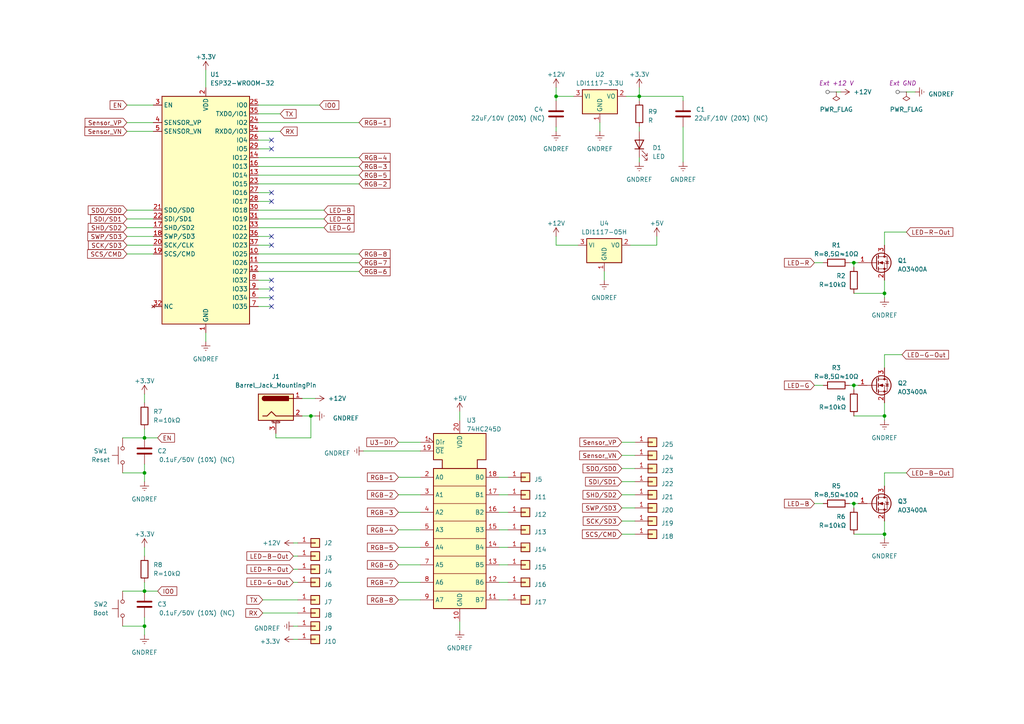
<source format=kicad_sch>
(kicad_sch (version 20230121) (generator eeschema)
  (paper "A4")
  (lib_symbols
    (symbol "74xx_IEEE:74HC245D"
      (property "Reference" "U" (at 7.62 10.16 0))
      (property "Value" "74HC245D" (at 12.7 -45.72 0))
      (symbol "74HC245D_0_1"
        (polyline (pts (xy -7.62 -38.1) (xy 7.62 -38.1)))
        (polyline (pts (xy -7.62 -33.02) (xy 7.62 -33.02)))
        (polyline (pts (xy -7.62 -17.78) (xy 7.62 -17.78)))
        (polyline (pts (xy -7.62 -7.62) (xy 7.62 -7.62)))
        (polyline (pts (xy 7.62 -27.94) (xy -7.62 -27.94)))
        (polyline (pts (xy 7.62 -22.86) (xy -7.62 -22.86)))
        (polyline (pts (xy 7.62 -12.7) (xy -7.62 -12.7)))
      )
      (symbol "74HC245D_1_0"
        (pin input input_low (at -11.43 5.08 0) (length 3.81) (name "Dir") (number "1"))
        (pin power_in line (at 0 -46.99 90) (length 3.81) (name "GND") (number "10"))
        (pin bidirectional line (at 11.43 -40.64 180) (length 3.81) (name "B7") (number "11"))
        (pin bidirectional line (at 11.43 -35.56 180) (length 3.81) (name "B6") (number "12"))
        (pin bidirectional line (at 11.43 -30.48 180) (length 3.81) (name "B5") (number "13"))
        (pin bidirectional line (at 11.43 -25.4 180) (length 3.81) (name "B4") (number "14"))
        (pin bidirectional line (at 11.43 -20.32 180) (length 3.81) (name "B3") (number "15"))
        (pin bidirectional line (at 11.43 -15.24 180) (length 3.81) (name "B2") (number "16"))
        (pin bidirectional line (at 11.43 -10.16 180) (length 3.81) (name "B1") (number "17"))
        (pin bidirectional line (at 11.43 -5.08 180) (length 3.81) (name "B0") (number "18"))
        (pin bidirectional line (at -11.43 2.54 0) (length 3.81) (name "~{OE}") (number "19"))
        (pin bidirectional line (at -11.43 -5.08 0) (length 3.81) (name "A0") (number "2"))
        (pin power_in line (at 0 11.43 270) (length 3.81) (name "VDD") (number "20"))
        (pin bidirectional line (at -11.43 -10.16 0) (length 3.81) (name "A1") (number "3"))
        (pin bidirectional line (at -11.43 -15.24 0) (length 3.81) (name "A2") (number "4"))
        (pin bidirectional line (at -11.43 -20.32 0) (length 3.81) (name "A3") (number "5"))
        (pin bidirectional line (at -11.43 -25.4 0) (length 3.81) (name "A4") (number "6"))
        (pin bidirectional line (at -11.43 -30.48 0) (length 3.81) (name "A5") (number "7"))
        (pin bidirectional line (at -11.43 -35.56 0) (length 3.81) (name "A6") (number "8"))
        (pin bidirectional line (at -11.43 -40.64 0) (length 3.81) (name "A7") (number "9"))
      )
      (symbol "74HC245D_1_1"
        (rectangle (start -7.62 -2.54) (end 7.62 -43.18) (stroke (width 0.254)) (fill (type background)))
        (polyline (pts (xy 5.08 -2.54) (xy 5.08 0) (xy 7.62 0) (xy 7.62 7.62) (xy -7.62 7.62) (xy -7.62 0) (xy -5.08 0) (xy -5.08 -2.54)) (stroke (width 0.254)) (fill (type background)))
      )
    )
    (symbol "Connector:Barrel_Jack_MountingPin" (pin_names hide)
      (property "Reference" "J1" (at 0 8.89 0))
      (property "Value" "Barrel_Jack_MountingPin" (at 0 6.35 0))
      (symbol "Barrel_Jack_MountingPin_0_1"
        (rectangle (start -5.08 3.81) (end 5.08 -3.81) (stroke (width 0.254)) (fill (type background)))
        (arc (start -3.302 3.175) (mid -3.9343 2.54) (end -3.302 1.905) (stroke (width 0.254)))
        (arc (start -3.302 3.175) (mid -3.9343 2.54) (end -3.302 1.905) (stroke (width 0.254)) (fill (type outline)))
        (polyline (pts (xy 5.08 2.54) (xy 3.81 2.54)) (stroke (width 0.254)))
        (polyline (pts (xy -3.81 -2.54) (xy -2.54 -2.54) (xy -1.27 -1.27) (xy 0 -2.54) (xy 2.54 -2.54) (xy 5.08 -2.54)) (stroke (width 0.254)))
        (rectangle (start 3.683 3.175) (end -3.302 1.905) (stroke (width 0.254)) (fill (type outline)))
      )
      (symbol "Barrel_Jack_MountingPin_1_1"
        (polyline (pts (xy -1.016 -4.572) (xy 1.016 -4.572)) (stroke (width 0.1524)))
        (text "Mounting" (at 0 -4.191 0) (effects (font (size 0.381 0.381))))
        (pin passive line (at 7.62 2.54 180) (length 2.54) (name "~") (number "1"))
        (pin passive line (at 7.62 -2.54 180) (length 2.54) (name "~") (number "2"))
        (pin passive line (at 0 -7.62 90) (length 3.048) (name "MountPin") (number "3"))
      )
    )
    (symbol "Connector_Generic:Conn_01x01" (pin_names (offset 1.016) hide)
      (property "Reference" "J" (at 0 2.54 0))
      (property "Value" "Conn_01x01" (at 0 -2.54 0))
      (symbol "Conn_01x01_1_1"
        (rectangle (start -1.27 0.127) (end 0 -0.127) (stroke (width 0.1524)))
        (rectangle (start -1.27 1.27) (end 1.27 -1.27) (stroke (width 0.254)) (fill (type background)))
        (pin passive line (at -5.08 0 0) (length 3.81) (name "Pin_1") (number "1"))
      )
    )
    (symbol "Device:C" (pin_numbers hide) (pin_names (offset 0.254))
      (property "Reference" "C" (at 0.635 2.54 0))
      (property "Value" "C" (at 0.635 -2.54 0))
      (symbol "C_0_1"
        (polyline (pts (xy -2.032 -0.762) (xy 2.032 -0.762)) (stroke (width 0.508)))
        (polyline (pts (xy -2.032 0.762) (xy 2.032 0.762)) (stroke (width 0.508)))
      )
      (symbol "C_1_1"
        (pin passive line (at 0 3.81 270) (length 2.794) (name "~") (number "1"))
        (pin passive line (at 0 -3.81 90) (length 2.794) (name "~") (number "2"))
      )
    )
    (symbol "Device:LED" (pin_numbers hide) (pin_names (offset 1.016) hide)
      (property "Reference" "D" (at 0 2.54 0))
      (property "Value" "LED" (at 0 -2.54 0))
      (symbol "LED_0_1"
        (polyline (pts (xy -1.27 -1.27) (xy -1.27 1.27)) (stroke (width 0.254)))
        (polyline (pts (xy -1.27 0) (xy 1.27 0)))
        (polyline (pts (xy 1.27 -1.27) (xy 1.27 1.27) (xy -1.27 0) (xy 1.27 -1.27)) (stroke (width 0.254)))
        (polyline (pts (xy -3.048 -0.762) (xy -4.572 -2.286) (xy -3.81 -2.286) (xy -4.572 -2.286) (xy -4.572 -1.524)))
        (polyline (pts (xy -1.778 -0.762) (xy -3.302 -2.286) (xy -2.54 -2.286) (xy -3.302 -2.286) (xy -3.302 -1.524)))
      )
      (symbol "LED_1_1"
        (pin passive line (at -3.81 0 0) (length 2.54) (name "K") (number "1"))
        (pin passive line (at 3.81 0 180) (length 2.54) (name "A") (number "2"))
      )
    )
    (symbol "Device:R" (pin_numbers hide) (pin_names (offset 0))
      (property "Reference" "R" (at 2.032 0 90))
      (property "Value" "R" (at 0 0 90))
      (symbol "R_0_1"
        (rectangle (start -1.016 -2.54) (end 1.016 2.54) (stroke (width 0.254)))
      )
      (symbol "R_1_1"
        (pin passive line (at 0 3.81 270) (length 1.27) (name "~") (number "1"))
        (pin passive line (at 0 -3.81 90) (length 1.27) (name "~") (number "2"))
      )
    )
    (symbol "RF_Module:ESP32-WROOM-32"
      (property "Reference" "U1" (at 1.27 39.37 0))
      (property "Value" "ESP32-WROOM-32" (at 1.27 36.83 0))
      (symbol "ESP32-WROOM-32_0_1"
        (rectangle (start -12.7 33.02) (end 12.7 -33.02) (stroke (width 0.254)) (fill (type background)))
      )
      (symbol "ESP32-WROOM-32_1_1"
        (pin power_in line (at 0 -35.56 90) (length 2.54) (name "GND") (number "1"))
        (pin bidirectional line (at 15.24 -12.7 180) (length 2.54) (name "IO25") (number "10"))
        (pin bidirectional line (at 15.24 -15.24 180) (length 2.54) (name "IO26") (number "11"))
        (pin bidirectional line (at 15.24 -17.78 180) (length 2.54) (name "IO27") (number "12"))
        (pin bidirectional line (at 15.24 10.16 180) (length 2.54) (name "IO14") (number "13"))
        (pin bidirectional line (at 15.24 15.24 180) (length 2.54) (name "IO12") (number "14"))
        (pin passive line (at 0 -35.56 90) (length 2.54) hide (name "GND") (number "15"))
        (pin bidirectional line (at 15.24 12.7 180) (length 2.54) (name "IO13") (number "16"))
        (pin bidirectional line (at -15.24 -5.08 0) (length 2.54) (name "SHD/SD2") (number "17"))
        (pin bidirectional line (at -15.24 -7.62 0) (length 2.54) (name "SWP/SD3") (number "18"))
        (pin bidirectional line (at -15.24 -12.7 0) (length 2.54) (name "SCS/CMD") (number "19"))
        (pin power_in line (at 0 35.56 270) (length 2.54) (name "VDD") (number "2"))
        (pin bidirectional line (at -15.24 -10.16 0) (length 2.54) (name "SCK/CLK") (number "20"))
        (pin bidirectional line (at -15.24 0 0) (length 2.54) (name "SDO/SD0") (number "21"))
        (pin bidirectional line (at -15.24 -2.54 0) (length 2.54) (name "SDI/SD1") (number "22"))
        (pin bidirectional line (at 15.24 7.62 180) (length 2.54) (name "IO15") (number "23"))
        (pin bidirectional line (at 15.24 25.4 180) (length 2.54) (name "IO2") (number "24"))
        (pin bidirectional line (at 15.24 30.48 180) (length 2.54) (name "IO0") (number "25"))
        (pin bidirectional line (at 15.24 20.32 180) (length 2.54) (name "IO4") (number "26"))
        (pin bidirectional line (at 15.24 5.08 180) (length 2.54) (name "IO16") (number "27"))
        (pin bidirectional line (at 15.24 2.54 180) (length 2.54) (name "IO17") (number "28"))
        (pin bidirectional line (at 15.24 17.78 180) (length 2.54) (name "IO5") (number "29"))
        (pin input line (at -15.24 30.48 0) (length 2.54) (name "EN") (number "3"))
        (pin bidirectional line (at 15.24 0 180) (length 2.54) (name "IO18") (number "30"))
        (pin bidirectional line (at 15.24 -2.54 180) (length 2.54) (name "IO19") (number "31"))
        (pin no_connect line (at -15.24 -27.94 0) (length 2.54) (name "NC") (number "32"))
        (pin bidirectional line (at 15.24 -5.08 180) (length 2.54) (name "IO21") (number "33"))
        (pin bidirectional line (at 15.24 22.86 180) (length 2.54) (name "RXD0/IO3") (number "34"))
        (pin bidirectional line (at 15.24 27.94 180) (length 2.54) (name "TXD0/IO1") (number "35"))
        (pin bidirectional line (at 15.24 -7.62 180) (length 2.54) (name "IO22") (number "36"))
        (pin bidirectional line (at 15.24 -10.16 180) (length 2.54) (name "IO23") (number "37"))
        (pin passive line (at 0 -35.56 90) (length 2.54) hide (name "GND") (number "38"))
        (pin passive line (at 0 -35.56 90) (length 2.54) hide (name "GND") (number "39"))
        (pin input line (at -15.24 25.4 0) (length 2.54) (name "SENSOR_VP") (number "4"))
        (pin input line (at -15.24 22.86 0) (length 2.54) (name "SENSOR_VN") (number "5"))
        (pin input line (at 15.24 -25.4 180) (length 2.54) (name "IO34") (number "6"))
        (pin input line (at 15.24 -27.94 180) (length 2.54) (name "IO35") (number "7"))
        (pin bidirectional line (at 15.24 -20.32 180) (length 2.54) (name "IO32") (number "8"))
        (pin bidirectional line (at 15.24 -22.86 180) (length 2.54) (name "IO33") (number "9"))
      )
    )
    (symbol "Regulator_Linear:LD1117S33TR_SOT223"
      (property "Reference" "U" (at -3.81 3.175 0))
      (property "Value" "LD1117S33TR_SOT223" (at 0 3.175 0))
      (symbol "LD1117S33TR_SOT223_0_1"
        (rectangle (start -5.08 -5.08) (end 5.08 1.905) (stroke (width 0.254)) (fill (type background)))
      )
      (symbol "LD1117S33TR_SOT223_1_1"
        (pin power_in line (at 0 -7.62 90) (length 2.54) (name "GND") (number "1"))
        (pin power_out line (at 7.62 0 180) (length 2.54) (name "VO") (number "2"))
        (pin power_in line (at -7.62 0 0) (length 2.54) (name "VI") (number "3"))
      )
    )
    (symbol "Regulator_Linear:LD1117S50TR_SOT223"
      (property "Reference" "U" (at -3.81 3.175 0))
      (property "Value" "LD1117S50TR_SOT223" (at 0 3.175 0))
      (symbol "LD1117S50TR_SOT223_0_1"
        (rectangle (start -5.08 -5.08) (end 5.08 1.905) (stroke (width 0.254)) (fill (type background)))
      )
      (symbol "LD1117S50TR_SOT223_1_1"
        (pin power_in line (at 0 -7.62 90) (length 2.54) (name "GND") (number "1"))
        (pin power_out line (at 7.62 0 180) (length 2.54) (name "VO") (number "2"))
        (pin power_in line (at -7.62 0 0) (length 2.54) (name "VI") (number "3"))
      )
    )
    (symbol "Switch:SW_Push" (pin_numbers hide) (pin_names (offset 1.016) hide)
      (property "Reference" "SW" (at 1.27 2.54 0))
      (property "Value" "SW_Push" (at 0 -1.524 0))
      (symbol "SW_Push_0_1"
        (circle (center -2.032 0) (radius 0.508))
        (polyline (pts (xy 0 1.27) (xy 0 3.048)))
        (polyline (pts (xy 2.54 1.27) (xy -2.54 1.27)))
        (circle (center 2.032 0) (radius 0.508))
        (pin passive line (at -5.08 0 0) (length 2.54) (name "1") (number "1"))
        (pin passive line (at 5.08 0 180) (length 2.54) (name "2") (number "2"))
      )
    )
    (symbol "Transistor_FET:AO3400A" (pin_names hide)
      (property "Reference" "Q" (at 5.08 1.905 0))
      (property "Value" "AO3400A" (at 5.08 0 0))
      (symbol "AO3400A_0_1"
        (polyline (pts (xy 0.254 0) (xy -2.54 0)))
        (polyline (pts (xy 0.254 1.905) (xy 0.254 -1.905)) (stroke (width 0.254)))
        (polyline (pts (xy 0.762 -1.27) (xy 0.762 -2.286)) (stroke (width 0.254)))
        (polyline (pts (xy 0.762 0.508) (xy 0.762 -0.508)) (stroke (width 0.254)))
        (polyline (pts (xy 0.762 2.286) (xy 0.762 1.27)) (stroke (width 0.254)))
        (polyline (pts (xy 2.54 2.54) (xy 2.54 1.778)))
        (polyline (pts (xy 2.54 -2.54) (xy 2.54 0) (xy 0.762 0)))
        (polyline (pts (xy 0.762 -1.778) (xy 3.302 -1.778) (xy 3.302 1.778) (xy 0.762 1.778)))
        (polyline (pts (xy 1.016 0) (xy 2.032 0.381) (xy 2.032 -0.381) (xy 1.016 0)) (fill (type outline)))
        (polyline (pts (xy 2.794 0.508) (xy 2.921 0.381) (xy 3.683 0.381) (xy 3.81 0.254)))
        (polyline (pts (xy 3.302 0.381) (xy 2.921 -0.254) (xy 3.683 -0.254) (xy 3.302 0.381)))
        (circle (center 1.651 0) (radius 2.794) (stroke (width 0.254)))
        (circle (center 2.54 -1.778) (radius 0.254) (fill (type outline)))
        (circle (center 2.54 1.778) (radius 0.254) (fill (type outline)))
      )
      (symbol "AO3400A_1_1"
        (pin input line (at -5.08 0 0) (length 2.54) (name "G") (number "1"))
        (pin passive line (at 2.54 -5.08 90) (length 2.54) (name "S") (number "2"))
        (pin passive line (at 2.54 5.08 270) (length 2.54) (name "D") (number "3"))
      )
    )
    (symbol "power:+12V" (power) (pin_names (offset 0))
      (property "Value" "+12V" (at 0 3.556 0))
      (symbol "+12V_0_1"
        (polyline (pts (xy -0.762 1.27) (xy 0 2.54)))
        (polyline (pts (xy 0 0) (xy 0 2.54)))
        (polyline (pts (xy 0 2.54) (xy 0.762 1.27)))
      )
      (symbol "+12V_1_1"
        (pin power_in line (at 0 0 90) (length 0) hide (name "+12V") (number "1"))
      )
    )
    (symbol "power:+3.3V" (power) (pin_names (offset 0))
      (property "Value" "+3.3V" (at 0 3.556 0))
      (symbol "+3.3V_0_1"
        (polyline (pts (xy -0.762 1.27) (xy 0 2.54)))
        (polyline (pts (xy 0 0) (xy 0 2.54)))
        (polyline (pts (xy 0 2.54) (xy 0.762 1.27)))
      )
      (symbol "+3.3V_1_1"
        (pin power_in line (at 0 0 90) (length 0) hide (name "+3.3V") (number "1"))
      )
    )
    (symbol "power:+5V" (power) (pin_names (offset 0))
      (property "Value" "+5V" (at 0 3.556 0))
      (symbol "+5V_0_1"
        (polyline (pts (xy -0.762 1.27) (xy 0 2.54)))
        (polyline (pts (xy 0 0) (xy 0 2.54)))
        (polyline (pts (xy 0 2.54) (xy 0.762 1.27)))
      )
      (symbol "+5V_1_1"
        (pin power_in line (at 0 0 90) (length 0) hide (name "+5V") (number "1"))
      )
    )
    (symbol "power:GNDREF" (power) (pin_names (offset 0))
      (property "Value" "GNDREF" (at 0 -3.81 0))
      (symbol "GNDREF_0_1"
        (polyline (pts (xy -0.635 -1.905) (xy 0.635 -1.905)))
        (polyline (pts (xy -0.127 -2.54) (xy 0.127 -2.54)))
        (polyline (pts (xy 0 -1.27) (xy 0 0)))
        (polyline (pts (xy 1.27 -1.27) (xy -1.27 -1.27)))
      )
      (symbol "GNDREF_1_1"
        (pin power_in line (at 0 0 270) (length 0) hide (name "GNDREF") (number "1"))
      )
    )
    (symbol "power:PWR_FLAG" (power) (pin_numbers hide) (pin_names (offset 0) hide)
      (property "Value" "PWR_FLAG" (at 0 3.81 0))
      (symbol "PWR_FLAG_0_0"
        (pin power_out line (at 0 0 90) (length 0) (name "pwr") (number "1"))
      )
      (symbol "PWR_FLAG_0_1"
        (polyline (pts (xy 0 0) (xy 0 1.27) (xy -1.016 1.905) (xy 0 2.54) (xy 1.016 1.905) (xy 0 1.27)))
      )
    )
  )
  (junction (at 41.91 181.61))
  (junction (at 41.91 127))
  (junction (at 256.54 154.94))
  (junction (at 256.54 85.09))
  (junction (at 161.29 27.94))
  (junction (at 90.17 120.65))
  (junction (at 247.65 76.2))
  (junction (at 185.42 27.94))
  (junction (at 247.65 111.76))
  (junction (at 41.91 171.45))
  (junction (at 41.91 137.16))
  (junction (at 256.54 120.65))
  (junction (at 247.65 146.05))
  (no_connect (at 78.74 58.42))
  (no_connect (at 78.74 83.82))
  (no_connect (at 78.74 71.12))
  (no_connect (at 78.74 40.64))
  (no_connect (at 78.74 55.88))
  (no_connect (at 78.74 81.28))
  (no_connect (at 78.74 68.58))
  (no_connect (at 78.74 43.18))
  (no_connect (at 78.74 88.9))
  (no_connect (at 78.74 86.36))
  (wire (pts (xy 85.09 185.42) (xy 86.36 185.42)))
  (wire (pts (xy 247.65 111.76) (xy 248.92 111.76)))
  (wire (pts (xy 85.09 165.1) (xy 86.36 165.1)))
  (wire (pts (xy 180.34 135.89) (xy 184.15 135.89)))
  (wire (pts (xy 198.12 27.94) (xy 185.42 27.94)))
  (wire (pts (xy 180.34 128.27) (xy 184.15 128.27)))
  (wire (pts (xy 256.54 154.94) (xy 256.54 156.21)))
  (wire (pts (xy 185.42 27.94) (xy 181.61 27.94)))
  (wire (pts (xy 41.91 179.07) (xy 41.91 181.61)))
  (wire (pts (xy 246.38 146.05) (xy 247.65 146.05)))
  (wire (pts (xy 90.17 120.65) (xy 87.63 120.65)))
  (wire (pts (xy 115.57 158.75) (xy 121.92 158.75)))
  (wire (pts (xy 85.09 157.48) (xy 86.36 157.48)))
  (wire (pts (xy 74.93 66.04) (xy 93.98 66.04)))
  (wire (pts (xy 36.83 30.48) (xy 44.45 30.48)))
  (wire (pts (xy 36.83 63.5) (xy 44.45 63.5)))
  (wire (pts (xy 236.22 76.2) (xy 238.76 76.2)))
  (wire (pts (xy 256.54 67.31) (xy 256.54 71.12)))
  (wire (pts (xy 41.91 134.62) (xy 41.91 137.16)))
  (wire (pts (xy 85.09 168.91) (xy 86.36 168.91)))
  (wire (pts (xy 74.93 33.02) (xy 81.28 33.02)))
  (wire (pts (xy 167.64 71.12) (xy 161.29 71.12)))
  (wire (pts (xy 41.91 137.16) (xy 41.91 139.7)))
  (wire (pts (xy 74.93 68.58) (xy 78.74 68.58)))
  (wire (pts (xy 144.78 148.59) (xy 147.32 148.59)))
  (wire (pts (xy 144.78 158.75) (xy 147.32 158.75)))
  (wire (pts (xy 247.65 76.2) (xy 248.92 76.2)))
  (wire (pts (xy 144.78 173.99) (xy 147.32 173.99)))
  (wire (pts (xy 74.93 55.88) (xy 78.74 55.88)))
  (wire (pts (xy 41.91 168.91) (xy 41.91 171.45)))
  (wire (pts (xy 144.78 163.83) (xy 147.32 163.83)))
  (wire (pts (xy 36.83 60.96) (xy 44.45 60.96)))
  (wire (pts (xy 74.93 50.8) (xy 104.14 50.8)))
  (wire (pts (xy 74.93 86.36) (xy 78.74 86.36)))
  (wire (pts (xy 185.42 45.72) (xy 185.42 46.99)))
  (wire (pts (xy 247.65 120.65) (xy 256.54 120.65)))
  (wire (pts (xy 256.54 102.87) (xy 261.62 102.87)))
  (wire (pts (xy 256.54 120.65) (xy 256.54 121.92)))
  (wire (pts (xy 256.54 102.87) (xy 256.54 106.68)))
  (wire (pts (xy 35.56 181.61) (xy 41.91 181.61)))
  (wire (pts (xy 91.44 115.57) (xy 87.63 115.57)))
  (wire (pts (xy 74.93 58.42) (xy 78.74 58.42)))
  (wire (pts (xy 76.2 173.99) (xy 86.36 173.99)))
  (wire (pts (xy 161.29 25.4) (xy 161.29 27.94)))
  (wire (pts (xy 36.83 66.04) (xy 44.45 66.04)))
  (wire (pts (xy 247.65 154.94) (xy 256.54 154.94)))
  (wire (pts (xy 74.93 81.28) (xy 78.74 81.28)))
  (wire (pts (xy 256.54 67.31) (xy 262.89 67.31)))
  (wire (pts (xy 190.5 68.58) (xy 190.5 71.12)))
  (wire (pts (xy 247.65 111.76) (xy 247.65 113.03)))
  (wire (pts (xy 80.01 127) (xy 80.01 125.73)))
  (wire (pts (xy 45.72 171.45) (xy 41.91 171.45)))
  (wire (pts (xy 247.65 146.05) (xy 248.92 146.05)))
  (wire (pts (xy 41.91 114.3) (xy 41.91 116.84)))
  (wire (pts (xy 36.83 38.1) (xy 44.45 38.1)))
  (wire (pts (xy 74.93 53.34) (xy 104.14 53.34)))
  (wire (pts (xy 90.17 120.65) (xy 90.17 127)))
  (wire (pts (xy 74.93 63.5) (xy 93.98 63.5)))
  (wire (pts (xy 74.93 38.1) (xy 81.28 38.1)))
  (wire (pts (xy 180.34 143.51) (xy 184.15 143.51)))
  (wire (pts (xy 180.34 132.08) (xy 184.15 132.08)))
  (wire (pts (xy 115.57 143.51) (xy 121.92 143.51)))
  (wire (pts (xy 74.93 73.66) (xy 104.14 73.66)))
  (wire (pts (xy 256.54 137.16) (xy 256.54 140.97)))
  (wire (pts (xy 262.89 26.67) (xy 265.43 26.67)))
  (wire (pts (xy 185.42 36.83) (xy 185.42 38.1)))
  (wire (pts (xy 36.83 71.12) (xy 44.45 71.12)))
  (wire (pts (xy 74.93 88.9) (xy 78.74 88.9)))
  (wire (pts (xy 236.22 111.76) (xy 238.76 111.76)))
  (wire (pts (xy 76.2 177.8) (xy 86.36 177.8)))
  (wire (pts (xy 59.69 20.32) (xy 59.69 25.4)))
  (wire (pts (xy 175.26 78.74) (xy 175.26 81.28)))
  (wire (pts (xy 115.57 163.83) (xy 121.92 163.83)))
  (wire (pts (xy 115.57 153.67) (xy 121.92 153.67)))
  (wire (pts (xy 91.44 120.65) (xy 90.17 120.65)))
  (wire (pts (xy 198.12 27.94) (xy 198.12 29.21)))
  (wire (pts (xy 85.09 181.61) (xy 86.36 181.61)))
  (wire (pts (xy 115.57 138.43) (xy 121.92 138.43)))
  (wire (pts (xy 256.54 120.65) (xy 256.54 116.84)))
  (wire (pts (xy 36.83 35.56) (xy 44.45 35.56)))
  (wire (pts (xy 74.93 30.48) (xy 92.71 30.48)))
  (wire (pts (xy 41.91 181.61) (xy 41.91 184.15)))
  (wire (pts (xy 256.54 85.09) (xy 256.54 81.28)))
  (wire (pts (xy 180.34 147.32) (xy 184.15 147.32)))
  (wire (pts (xy 74.93 76.2) (xy 104.14 76.2)))
  (wire (pts (xy 115.57 128.27) (xy 121.92 128.27)))
  (wire (pts (xy 133.35 180.34) (xy 133.35 182.88)))
  (wire (pts (xy 256.54 85.09) (xy 256.54 86.36)))
  (wire (pts (xy 173.99 35.56) (xy 173.99 38.1)))
  (wire (pts (xy 144.78 168.91) (xy 147.32 168.91)))
  (wire (pts (xy 247.65 146.05) (xy 247.65 147.32)))
  (wire (pts (xy 246.38 76.2) (xy 247.65 76.2)))
  (wire (pts (xy 242.57 26.67) (xy 243.84 26.67)))
  (wire (pts (xy 247.65 76.2) (xy 247.65 77.47)))
  (wire (pts (xy 85.09 161.29) (xy 86.36 161.29)))
  (wire (pts (xy 36.83 73.66) (xy 44.45 73.66)))
  (wire (pts (xy 74.93 78.74) (xy 104.14 78.74)))
  (wire (pts (xy 190.5 71.12) (xy 182.88 71.12)))
  (wire (pts (xy 35.56 137.16) (xy 41.91 137.16)))
  (wire (pts (xy 161.29 68.58) (xy 161.29 71.12)))
  (wire (pts (xy 198.12 36.83) (xy 198.12 46.99)))
  (wire (pts (xy 133.35 119.38) (xy 133.35 121.92)))
  (wire (pts (xy 115.57 173.99) (xy 121.92 173.99)))
  (wire (pts (xy 144.78 143.51) (xy 147.32 143.51)))
  (wire (pts (xy 185.42 29.21) (xy 185.42 27.94)))
  (wire (pts (xy 180.34 151.13) (xy 184.15 151.13)))
  (wire (pts (xy 180.34 139.7) (xy 184.15 139.7)))
  (wire (pts (xy 180.34 154.94) (xy 184.15 154.94)))
  (wire (pts (xy 236.22 146.05) (xy 238.76 146.05)))
  (wire (pts (xy 45.72 127) (xy 41.91 127)))
  (wire (pts (xy 115.57 148.59) (xy 121.92 148.59)))
  (wire (pts (xy 35.56 171.45) (xy 41.91 171.45)))
  (wire (pts (xy 74.93 60.96) (xy 93.98 60.96)))
  (wire (pts (xy 59.69 96.52) (xy 59.69 99.06)))
  (wire (pts (xy 105.41 130.81) (xy 121.92 130.81)))
  (wire (pts (xy 161.29 29.21) (xy 161.29 27.94)))
  (wire (pts (xy 161.29 36.83) (xy 161.29 38.1)))
  (wire (pts (xy 74.93 35.56) (xy 104.14 35.56)))
  (wire (pts (xy 80.01 127) (xy 90.17 127)))
  (wire (pts (xy 256.54 137.16) (xy 262.89 137.16)))
  (wire (pts (xy 35.56 127) (xy 41.91 127)))
  (wire (pts (xy 115.57 168.91) (xy 121.92 168.91)))
  (wire (pts (xy 41.91 158.75) (xy 41.91 161.29)))
  (wire (pts (xy 74.93 43.18) (xy 78.74 43.18)))
  (wire (pts (xy 247.65 85.09) (xy 256.54 85.09)))
  (wire (pts (xy 74.93 48.26) (xy 104.14 48.26)))
  (wire (pts (xy 246.38 111.76) (xy 247.65 111.76)))
  (wire (pts (xy 185.42 25.4) (xy 185.42 27.94)))
  (wire (pts (xy 144.78 138.43) (xy 147.32 138.43)))
  (wire (pts (xy 41.91 124.46) (xy 41.91 127)))
  (wire (pts (xy 144.78 153.67) (xy 147.32 153.67)))
  (wire (pts (xy 74.93 71.12) (xy 78.74 71.12)))
  (wire (pts (xy 74.93 83.82) (xy 78.74 83.82)))
  (wire (pts (xy 74.93 45.72) (xy 104.14 45.72)))
  (wire (pts (xy 74.93 40.64) (xy 78.74 40.64)))
  (wire (pts (xy 256.54 154.94) (xy 256.54 151.13)))
  (wire (pts (xy 36.83 68.58) (xy 44.45 68.58)))
  (wire (pts (xy 161.29 27.94) (xy 166.37 27.94)))
  (global_label "RGB-1" (shape input) (at 115.57 138.43 180) (property "Intersheetrefs" "${INTERSHEET_REFS}" (effects hide)))
  (global_label "SDI{slash}SD1" (shape input) (at 36.83 63.5 180) (property "Intersheetrefs" "${INTERSHEET_REFS}" (effects hide)))
  (global_label "LED-G-Out" (shape input) (at 261.62 102.87 0) (property "Intersheetrefs" "${INTERSHEET_REFS}" (effects hide)))
  (global_label "LED-G-Out" (shape input) (at 85.09 168.91 180) (property "Intersheetrefs" "${INTERSHEET_REFS}" (effects hide)))
  (global_label "RGB-5" (shape input) (at 115.57 158.75 180) (property "Intersheetrefs" "${INTERSHEET_REFS}" (effects hide)))
  (global_label "SCK{slash}SD3" (shape input) (at 36.83 71.12 180) (property "Intersheetrefs" "${INTERSHEET_REFS}" (effects hide)))
  (global_label "RGB-8" (shape input) (at 115.57 173.99 180) (property "Intersheetrefs" "${INTERSHEET_REFS}" (effects hide)))
  (global_label "SHD{slash}SD2" (shape input) (at 36.83 66.04 180) (property "Intersheetrefs" "${INTERSHEET_REFS}" (effects hide)))
  (global_label "Sensor_VP" (shape input) (at 36.83 35.56 180) (property "Intersheetrefs" "${INTERSHEET_REFS}" (effects hide)))
  (global_label "LED-B-Out" (shape input) (at 262.89 137.16 0) (property "Intersheetrefs" "${INTERSHEET_REFS}" (effects hide)))
  (global_label "LED-R" (shape input) (at 236.22 76.2 180) (property "Intersheetrefs" "${INTERSHEET_REFS}" (effects hide)))
  (global_label "LED-B" (shape input) (at 236.22 146.05 180) (property "Intersheetrefs" "${INTERSHEET_REFS}" (effects hide)))
  (global_label "SHD{slash}SD2" (shape input) (at 180.34 143.51 180) (property "Intersheetrefs" "${INTERSHEET_REFS}" (effects hide)))
  (global_label "EN" (shape input) (at 36.83 30.48 180) (property "Intersheetrefs" "${INTERSHEET_REFS}" (effects hide)))
  (global_label "RGB-3" (shape input) (at 104.14 48.26 0) (property "Intersheetrefs" "${INTERSHEET_REFS}" (effects hide)))
  (global_label "SCS{slash}CMD" (shape input) (at 36.83 73.66 180) (property "Intersheetrefs" "${INTERSHEET_REFS}" (effects hide)))
  (global_label "LED-B-Out" (shape input) (at 85.09 161.29 180) (property "Intersheetrefs" "${INTERSHEET_REFS}" (effects hide)))
  (global_label "LED-G" (shape input) (at 93.98 66.04 0) (property "Intersheetrefs" "${INTERSHEET_REFS}" (effects hide)))
  (global_label "U3-Dir" (shape input) (at 115.57 128.27 180) (property "Intersheetrefs" "${INTERSHEET_REFS}" (effects hide)))
  (global_label "LED-R-Out" (shape input) (at 262.89 67.31 0) (property "Intersheetrefs" "${INTERSHEET_REFS}" (effects hide)))
  (global_label "RGB-1" (shape input) (at 104.14 35.56 0) (property "Intersheetrefs" "${INTERSHEET_REFS}" (effects hide)))
  (global_label "SCS{slash}CMD" (shape input) (at 180.34 154.94 180) (property "Intersheetrefs" "${INTERSHEET_REFS}" (effects hide)))
  (global_label "RGB-8" (shape input) (at 104.14 73.66 0) (property "Intersheetrefs" "${INTERSHEET_REFS}" (effects hide)))
  (global_label "RX" (shape input) (at 76.2 177.8 180) (property "Intersheetrefs" "${INTERSHEET_REFS}" (effects hide)))
  (global_label "SDI{slash}SD1" (shape input) (at 180.34 139.7 180) (property "Intersheetrefs" "${INTERSHEET_REFS}" (effects hide)))
  (global_label "RGB-7" (shape input) (at 115.57 168.91 180) (property "Intersheetrefs" "${INTERSHEET_REFS}" (effects hide)))
  (global_label "RGB-2" (shape input) (at 115.57 143.51 180) (property "Intersheetrefs" "${INTERSHEET_REFS}" (effects hide)))
  (global_label "IO0" (shape input) (at 45.72 171.45 0) (property "Intersheetrefs" "${INTERSHEET_REFS}" (effects hide)))
  (global_label "SWP{slash}SD3" (shape input) (at 36.83 68.58 180) (property "Intersheetrefs" "${INTERSHEET_REFS}" (effects hide)))
  (global_label "SDO{slash}SD0" (shape input) (at 36.83 60.96 180) (property "Intersheetrefs" "${INTERSHEET_REFS}" (effects hide)))
  (global_label "Sensor_VN" (shape input) (at 36.83 38.1 180) (property "Intersheetrefs" "${INTERSHEET_REFS}" (effects hide)))
  (global_label "RGB-7" (shape input) (at 104.14 76.2 0) (property "Intersheetrefs" "${INTERSHEET_REFS}" (effects hide)))
  (global_label "RGB-4" (shape input) (at 115.57 153.67 180) (property "Intersheetrefs" "${INTERSHEET_REFS}" (effects hide)))
  (global_label "LED-G" (shape input) (at 236.22 111.76 180) (property "Intersheetrefs" "${INTERSHEET_REFS}" (effects hide)))
  (global_label "RGB-2" (shape input) (at 104.14 53.34 0) (property "Intersheetrefs" "${INTERSHEET_REFS}" (effects hide)))
  (global_label "RGB-4" (shape input) (at 104.14 45.72 0) (property "Intersheetrefs" "${INTERSHEET_REFS}" (effects hide)))
  (global_label "SWP{slash}SD3" (shape input) (at 180.34 147.32 180) (property "Intersheetrefs" "${INTERSHEET_REFS}" (effects hide)))
  (global_label "RGB-6" (shape input) (at 115.57 163.83 180) (property "Intersheetrefs" "${INTERSHEET_REFS}" (effects hide)))
  (global_label "Sensor_VP" (shape input) (at 180.34 128.27 180) (property "Intersheetrefs" "${INTERSHEET_REFS}" (effects hide)))
  (global_label "RGB-6" (shape input) (at 104.14 78.74 0) (property "Intersheetrefs" "${INTERSHEET_REFS}" (effects hide)))
  (global_label "Sensor_VN" (shape input) (at 180.34 132.08 180) (property "Intersheetrefs" "${INTERSHEET_REFS}" (effects hide)))
  (global_label "TX" (shape input) (at 76.2 173.99 180) (property "Intersheetrefs" "${INTERSHEET_REFS}" (effects hide)))
  (global_label "LED-R-Out" (shape input) (at 85.09 165.1 180) (property "Intersheetrefs" "${INTERSHEET_REFS}" (effects hide)))
  (global_label "TX" (shape input) (at 81.28 33.02 0) (property "Intersheetrefs" "${INTERSHEET_REFS}" (effects hide)))
  (global_label "LED-B" (shape input) (at 93.98 60.96 0) (property "Intersheetrefs" "${INTERSHEET_REFS}" (effects hide)))
  (global_label "RX" (shape input) (at 81.28 38.1 0) (property "Intersheetrefs" "${INTERSHEET_REFS}" (effects hide)))
  (global_label "SDO{slash}SD0" (shape input) (at 180.34 135.89 180) (property "Intersheetrefs" "${INTERSHEET_REFS}" (effects hide)))
  (global_label "RGB-5" (shape input) (at 104.14 50.8 0) (property "Intersheetrefs" "${INTERSHEET_REFS}" (effects hide)))
  (global_label "SCK{slash}SD3" (shape input) (at 180.34 151.13 180) (property "Intersheetrefs" "${INTERSHEET_REFS}" (effects hide)))
  (global_label "EN" (shape input) (at 45.72 127 0) (property "Intersheetrefs" "${INTERSHEET_REFS}" (effects hide)))
  (global_label "RGB-3" (shape input) (at 115.57 148.59 180) (property "Intersheetrefs" "${INTERSHEET_REFS}" (effects hide)))
  (global_label "IO0" (shape input) (at 92.71 30.48 0) (property "Intersheetrefs" "${INTERSHEET_REFS}" (effects hide)))
  (global_label "LED-R" (shape input) (at 93.98 63.5 0) (property "Intersheetrefs" "${INTERSHEET_REFS}" (effects hide)))
  (netclass_flag "" (length 2.54) (shape round) (at 242.57 26.67 90) (property "Netclass" "Ext +12 V" (at 237.49 24.13 0) (effects (font italic) (justify left))))
  (netclass_flag "" (length 2.54) (shape round) (at 262.89 26.67 90) (property "Netclass" "Ext GND" (at 257.81 24.13 0) (effects (font italic) (justify left))))
  (symbol (lib_id "Device:R") (at 242.57 146.05 90) (unit 1)
    (property "Reference" "R5" (at 242.57 140.97 90))
    (property "Value" "R=8,5Ω≈10Ω" (at 242.57 143.51 90))
    (property "Footprint" "Resistor_SMD:R_0402_1005Metric_Pad0.72x0.64mm_HandSolder" (effects hide))
  )
  (symbol (lib_id "Transistor_FET:AO3400A") (at 254 146.05 0) (unit 1)
    (property "Reference" "Q3" (at 260.35 145.415 0) (effects (justify left)))
    (property "Value" "AO3400A" (at 260.35 147.955 0) (effects (justify left)))
    (property "Footprint" "Package_TO_SOT_SMD:SOT-23" (effects hide))
    (property "Datasheet" "http://www.aosmd.com/pdfs/datasheet/AO3400A.pdf" (effects hide))
  )
  (symbol (lib_id "Device:LED") (at 185.42 41.91 90) (unit 1)
    (property "Reference" "D1" (at 189.23 42.8625 90) (effects (justify right)))
    (property "Value" "LED" (at 189.23 45.4025 90) (effects (justify right)))
    (property "Footprint" "Diode_SMD:D_0402_1005Metric_Pad0.77x0.64mm_HandSolder" (effects hide))
  )
  (symbol (lib_id "Connector_Generic:Conn_01x01") (at 91.44 177.8 0) (unit 1)
    (property "Reference" "J8" (at 93.98 178.435 0) (effects (justify left)))
    (property "Value" "Conn_01x01" (effects hide))
    (property "Footprint" "Connector_PinHeader_1.00mm:PinHeader_1x01_P1.00mm_Vertical" (effects hide))
  )
  (symbol (lib_id "Connector_Generic:Conn_01x01") (at 152.4 158.75 0) (unit 1)
    (property "Reference" "J14" (at 154.94 159.385 0) (effects (justify left)))
    (property "Value" "Conn_01x01" (effects hide))
    (property "Footprint" "Connector_PinHeader_1.00mm:PinHeader_1x01_P1.00mm_Vertical" (effects hide))
  )
  (symbol (lib_id "Connector_Generic:Conn_01x01") (at 152.4 148.59 0) (unit 1)
    (property "Reference" "J12" (at 154.94 149.225 0) (effects (justify left)))
    (property "Value" "Conn_01x01" (effects hide))
    (property "Footprint" "Connector_PinHeader_1.00mm:PinHeader_1x01_P1.00mm_Vertical" (effects hide))
  )
  (symbol (lib_id "Connector_Generic:Conn_01x01") (at 189.23 154.94 0) (unit 1)
    (property "Reference" "J18" (at 191.77 155.575 0) (effects (justify left)))
    (property "Value" "Conn_01x01" (effects hide))
    (property "Footprint" "Connector_PinHeader_1.00mm:PinHeader_1x01_P1.00mm_Vertical" (effects hide))
  )
  (symbol (lib_id "power:+12V") (at 161.29 68.58 0) (unit 1)
    (property "Reference" "#PWR025" (effects hide))
    (property "Value" "+12V" (at 161.29 64.77 0))
  )
  (symbol (lib_id "power:PWR_FLAG") (at 262.89 26.67 180) (unit 1)
    (property "Reference" "#FLG01" (effects hide))
    (property "Value" "PWR_FLAG" (at 262.89 31.75 0))
  )
  (symbol (lib_id "Device:R") (at 242.57 76.2 90) (unit 1)
    (property "Reference" "R1" (at 242.57 71.12 90))
    (property "Value" "R=8,5Ω≈10Ω" (at 242.57 73.66 90))
    (property "Footprint" "Resistor_SMD:R_0402_1005Metric_Pad0.72x0.64mm_HandSolder" (effects hide))
  )
  (symbol (lib_id "Transistor_FET:AO3400A") (at 254 111.76 0) (unit 1)
    (property "Reference" "Q2" (at 260.35 111.125 0) (effects (justify left)))
    (property "Value" "AO3400A" (at 260.35 113.665 0) (effects (justify left)))
    (property "Footprint" "Package_TO_SOT_SMD:SOT-23" (effects hide))
    (property "Datasheet" "http://www.aosmd.com/pdfs/datasheet/AO3400A.pdf" (effects hide))
  )
  (symbol (lib_id "Connector_Generic:Conn_01x01") (at 189.23 132.08 0) (unit 1)
    (property "Reference" "J24" (at 191.77 132.715 0) (effects (justify left)))
    (property "Value" "Conn_01x01" (effects hide))
    (property "Footprint" "Connector_PinHeader_1.00mm:PinHeader_1x01_P1.00mm_Vertical" (effects hide))
  )
  (symbol (lib_id "Regulator_Linear:LD1117S50TR_SOT223") (at 175.26 71.12 0) (unit 1)
    (property "Reference" "U4" (at 175.26 64.77 0))
    (property "Value" "LDI1117-05H" (at 175.26 67.31 0))
    (property "Footprint" "Package_TO_SOT_SMD:SOT-223-3_TabPin2" (effects hide))
    (property "Datasheet" "http://www.st.com/st-web-ui/static/active/en/resource/technical/document/datasheet/CD00000544.pdf" (effects hide))
  )
  (symbol (lib_id "RF_Module:ESP32-WROOM-32") (at 59.69 60.96 0) (unit 1)
    (property "Reference" "U1" (at 60.96 21.59 0) (effects (justify left)))
    (property "Value" "ESP32-WROOM-32" (at 60.96 24.13 0) (effects (justify left)))
    (property "Footprint" "RF_Module:ESP32-WROOM-32" (effects hide))
    (property "Datasheet" "https://www.espressif.com/sites/default/files/documentation/esp32-wroom-32_datasheet_en.pdf" (effects hide))
  )
  (symbol (lib_id "Connector_Generic:Conn_01x01") (at 91.44 161.29 0) (unit 1)
    (property "Reference" "J3" (at 93.98 161.925 0) (effects (justify left)))
    (property "Value" "Conn_01x01" (effects hide))
    (property "Footprint" "Connector_Wire:SolderWire-0.1sqmm_1x01_D0.4mm_OD1mm" (effects hide))
  )
  (symbol (lib_id "power:+12V") (at 243.84 26.67 270) (unit 1)
    (property "Reference" "#PWR0101" (effects hide))
    (property "Value" "+12V" (at 250.19 26.67 90))
  )
  (symbol (lib_id "Device:C") (at 41.91 175.26 180) (unit 1)
    (property "Reference" "C3" (at 46.99 175.26 0))
    (property "Value" "0.1uF/50V (10%) (NC)" (at 57.15 177.8 0))
    (property "Footprint" "Capacitor_SMD:C_0402_1005Metric_Pad0.74x0.62mm_HandSolder" (effects hide))
  )
  (symbol (lib_id "Device:R") (at 247.65 151.13 0) (unit 1)
    (property "Reference" "R6" (at 242.57 149.86 0) (effects (justify left)))
    (property "Value" "R=10kΩ" (at 237.49 152.4 0) (effects (justify left)))
    (property "Footprint" "Resistor_SMD:R_0402_1005Metric_Pad0.72x0.64mm_HandSolder" (effects hide))
  )
  (symbol (lib_id "Connector_Generic:Conn_01x01") (at 91.44 165.1 0) (unit 1)
    (property "Reference" "J4" (at 93.98 165.735 0) (effects (justify left)))
    (property "Value" "Conn_01x01" (effects hide))
    (property "Footprint" "Connector_Wire:SolderWire-0.1sqmm_1x01_D0.4mm_OD1mm" (effects hide))
  )
  (symbol (lib_id "power:GNDREF") (at 59.69 99.06 0) (unit 1)
    (property "Reference" "#PWR04" (effects hide))
    (property "Value" "GNDREF" (at 59.69 104.14 0))
  )
  (symbol (lib_id "Device:R") (at 41.91 120.65 0) (unit 1)
    (property "Reference" "R7" (at 44.45 119.38 0) (effects (justify left)))
    (property "Value" "R=10kΩ" (at 44.45 121.92 0) (effects (justify left)))
    (property "Footprint" "Resistor_SMD:R_0402_1005Metric_Pad0.72x0.64mm_HandSolder" (effects hide))
  )
  (symbol (lib_id "Connector_Generic:Conn_01x01") (at 152.4 143.51 0) (unit 1)
    (property "Reference" "J11" (at 154.94 144.145 0) (effects (justify left)))
    (property "Value" "Conn_01x01" (effects hide))
    (property "Footprint" "Connector_PinHeader_1.00mm:PinHeader_1x01_P1.00mm_Vertical" (effects hide))
  )
  (symbol (lib_id "Connector_Generic:Conn_01x01") (at 189.23 143.51 0) (unit 1)
    (property "Reference" "J21" (at 191.77 144.145 0) (effects (justify left)))
    (property "Value" "Conn_01x01" (effects hide))
    (property "Footprint" "Connector_PinHeader_1.00mm:PinHeader_1x01_P1.00mm_Vertical" (effects hide))
  )
  (symbol (lib_id "Switch:SW_Push") (at 35.56 176.53 90) (unit 1)
    (property "Reference" "SW2" (at 29.21 175.26 90))
    (property "Value" "Boot" (at 29.21 177.8 90))
    (property "Footprint" "Button_Switch_SMD:TACTM-34N-F" (effects hide))
  )
  (symbol (lib_id "Connector_Generic:Conn_01x01") (at 152.4 153.67 0) (unit 1)
    (property "Reference" "J13" (at 154.94 154.305 0) (effects (justify left)))
    (property "Value" "Conn_01x01" (effects hide))
    (property "Footprint" "Connector_PinHeader_1.00mm:PinHeader_1x01_P1.00mm_Vertical" (effects hide))
  )
  (symbol (lib_id "power:GNDREF") (at 85.09 181.61 270) (unit 1)
    (property "Reference" "#PWR07" (effects hide))
    (property "Value" "GNDREF" (at 81.28 182.245 90) (effects (justify right)))
  )
  (symbol (lib_id "power:GNDREF") (at 265.43 26.67 90) (unit 1)
    (property "Reference" "#PWR06" (effects hide))
    (property "Value" "GNDREF" (at 269.24 27.305 90) (effects (justify right)))
  )
  (symbol (lib_id "power:+12V") (at 91.44 115.57 270) (unit 1)
    (property "Reference" "#PWR09" (effects hide))
    (property "Value" "+12V" (at 97.79 115.57 90))
  )
  (symbol (lib_id "Device:C") (at 41.91 130.81 180) (unit 1)
    (property "Reference" "C2" (at 46.99 130.81 0))
    (property "Value" "0.1uF/50V (10%) (NC)" (at 57.15 133.35 0))
    (property "Footprint" "Capacitor_SMD:C_0402_1005Metric_Pad0.74x0.62mm_HandSolder" (effects hide))
  )
  (symbol (lib_id "Connector_Generic:Conn_01x01") (at 189.23 139.7 0) (unit 1)
    (property "Reference" "J22" (at 191.77 140.335 0) (effects (justify left)))
    (property "Value" "Conn_01x01" (effects hide))
    (property "Footprint" "Connector_PinHeader_1.00mm:PinHeader_1x01_P1.00mm_Vertical" (effects hide))
  )
  (symbol (lib_id "Transistor_FET:AO3400A") (at 254 76.2 0) (unit 1)
    (property "Reference" "Q1" (at 260.35 75.565 0) (effects (justify left)))
    (property "Value" "AO3400A" (at 260.35 78.105 0) (effects (justify left)))
    (property "Footprint" "Package_TO_SOT_SMD:SOT-23" (effects hide))
    (property "Datasheet" "http://www.aosmd.com/pdfs/datasheet/AO3400A.pdf" (effects hide))
  )
  (symbol (lib_id "power:GNDREF") (at 41.91 184.15 0) (unit 1)
    (property "Reference" "#PWR015" (effects hide))
    (property "Value" "GNDREF" (at 41.91 189.23 0))
  )
  (symbol (lib_id "power:+3.3V") (at 59.69 20.32 0) (unit 1)
    (property "Reference" "#PWR01" (effects hide))
    (property "Value" "+3.3V" (at 59.69 16.51 0))
  )
  (symbol (lib_id "power:GNDREF") (at 173.99 38.1 0) (unit 1)
    (property "Reference" "#PWR016" (effects hide))
    (property "Value" "GNDREF" (at 173.99 43.18 0))
  )
  (symbol (lib_id "Device:R") (at 242.57 111.76 90) (unit 1)
    (property "Reference" "R3" (at 242.57 106.68 90))
    (property "Value" "R=8,5Ω≈10Ω" (at 242.57 109.22 90))
    (property "Footprint" "Resistor_SMD:R_0402_1005Metric_Pad0.72x0.64mm_HandSolder" (effects hide))
  )
  (symbol (lib_id "Regulator_Linear:LD1117S33TR_SOT223") (at 173.99 27.94 0) (unit 1)
    (property "Reference" "U2" (at 173.99 21.59 0))
    (property "Value" "LDI1117-3.3U" (at 173.99 24.13 0))
    (property "Footprint" "Package_TO_SOT_SMD:SOT-89-3_Handsoldering" (effects hide))
    (property "Datasheet" "http://www.st.com/st-web-ui/static/active/en/resource/technical/document/datasheet/CD00000544.pdf" (effects hide))
  )
  (symbol (lib_id "Connector:Barrel_Jack_MountingPin") (at 80.01 118.11 0) (unit 1)
    (property "Reference" "J1" (at 80.01 109.22 0))
    (property "Value" "Barrel_Jack_MountingPin" (at 80.01 111.76 0))
    (property "Footprint" "Connector_BarrelJack:BarrelJack_Horizontal" (effects hide))
  )
  (symbol (lib_id "power:+3.3V") (at 185.42 25.4 0) (unit 1)
    (property "Reference" "#PWR02" (effects hide))
    (property "Value" "+3.3V" (at 185.42 21.59 0))
  )
  (symbol (lib_id "Connector_Generic:Conn_01x01") (at 189.23 135.89 0) (unit 1)
    (property "Reference" "J23" (at 191.77 136.525 0) (effects (justify left)))
    (property "Value" "Conn_01x01" (effects hide))
    (property "Footprint" "Connector_PinHeader_1.00mm:PinHeader_1x01_P1.00mm_Vertical" (effects hide))
  )
  (symbol (lib_id "power:+5V") (at 133.35 119.38 0) (unit 1)
    (property "Reference" "#PWR023" (effects hide))
    (property "Value" "+5V" (at 133.35 115.57 0))
  )
  (symbol (lib_id "power:GNDREF") (at 256.54 121.92 0) (unit 1)
    (property "Reference" "#PWR012" (effects hide))
    (property "Value" "GNDREF" (at 256.54 127 0))
  )
  (symbol (lib_id "Connector_Generic:Conn_01x01") (at 152.4 138.43 0) (unit 1)
    (property "Reference" "J5" (at 154.94 139.065 0) (effects (justify left)))
    (property "Value" "Conn_01x01" (effects hide))
    (property "Footprint" "Connector_PinHeader_1.00mm:PinHeader_1x01_P1.00mm_Vertical" (effects hide))
  )
  (symbol (lib_id "power:+3.3V") (at 41.91 114.3 0) (unit 1)
    (property "Reference" "#PWR018" (effects hide))
    (property "Value" "+3.3V" (at 41.91 110.49 0))
  )
  (symbol (lib_id "power:GNDREF") (at 133.35 182.88 0) (unit 1)
    (property "Reference" "#PWR021" (effects hide))
    (property "Value" "GNDREF" (at 133.35 187.96 0))
  )
  (symbol (lib_id "power:GNDREF") (at 175.26 81.28 0) (unit 1)
    (property "Reference" "#PWR026" (effects hide))
    (property "Value" "GNDREF" (at 175.26 86.36 0))
  )
  (symbol (lib_id "power:+5V") (at 190.5 68.58 0) (unit 1)
    (property "Reference" "#PWR027" (effects hide))
    (property "Value" "+5V" (at 190.5 64.77 0))
  )
  (symbol (lib_id "power:GNDREF") (at 256.54 156.21 0) (unit 1)
    (property "Reference" "#PWR013" (effects hide))
    (property "Value" "GNDREF" (at 256.54 161.29 0))
  )
  (symbol (lib_id "Switch:SW_Push") (at 35.56 132.08 90) (unit 1)
    (property "Reference" "SW1" (at 29.21 130.81 90))
    (property "Value" "Reset" (at 29.21 133.35 90))
    (property "Footprint" "Button_Switch_SMD:TACTM-34N-F" (effects hide))
  )
  (symbol (lib_id "power:+3.3V") (at 85.09 185.42 90) (unit 1)
    (property "Reference" "#PWR022" (effects hide))
    (property "Value" "+3.3V" (at 81.28 186.055 90) (effects (justify left)))
  )
  (symbol (lib_id "power:GNDREF") (at 91.44 120.65 90) (unit 1)
    (property "Reference" "#PWR08" (effects hide))
    (property "Value" "GNDREF" (at 96.52 121.285 90) (effects (justify right)))
  )
  (symbol (lib_id "Device:R") (at 185.42 33.02 0) (unit 1)
    (property "Reference" "R9" (at 187.96 32.385 0) (effects (justify left)))
    (property "Value" "R" (at 187.96 34.925 0) (effects (justify left)))
    (property "Footprint" "Resistor_SMD:R_0402_1005Metric_Pad0.72x0.64mm_HandSolder" (effects hide))
  )
  (symbol (lib_id "power:GNDREF") (at 185.42 46.99 0) (unit 1)
    (property "Reference" "#PWR017" (effects hide))
    (property "Value" "GNDREF" (at 185.42 52.07 0))
  )
  (symbol (lib_id "power:GNDREF") (at 41.91 139.7 0) (unit 1)
    (property "Reference" "#PWR019" (effects hide))
    (property "Value" "GNDREF" (at 41.91 144.78 0))
  )
  (symbol (lib_id "Connector_Generic:Conn_01x01") (at 152.4 168.91 0) (unit 1)
    (property "Reference" "J16" (at 154.94 169.545 0) (effects (justify left)))
    (property "Value" "Conn_01x01" (effects hide))
    (property "Footprint" "Connector_PinHeader_1.00mm:PinHeader_1x01_P1.00mm_Vertical" (effects hide))
  )
  (symbol (lib_id "Device:R") (at 247.65 116.84 0) (unit 1)
    (property "Reference" "R4" (at 242.57 115.57 0) (effects (justify left)))
    (property "Value" "R=10kΩ" (at 237.49 118.11 0) (effects (justify left)))
    (property "Footprint" "Resistor_SMD:R_0402_1005Metric_Pad0.72x0.64mm_HandSolder" (effects hide))
  )
  (symbol (lib_id "74xx_IEEE:74HC245D") (at 133.35 133.35 0) (unit 1)
    (property "Reference" "U3" (at 135.3059 121.92 0) (effects (justify left)))
    (property "Value" "74HC245D" (at 135.3059 124.46 0) (effects (justify left)))
    (property "Footprint" "Package_SO:SOIC-20W_7.5x12.8mm_P1.27mm" (effects hide))
  )
  (symbol (lib_id "power:GNDREF") (at 161.29 38.1 0) (unit 1)
    (property "Reference" "#PWR05" (effects hide))
    (property "Value" "GNDREF" (at 161.29 43.18 0))
  )
  (symbol (lib_id "Connector_Generic:Conn_01x01") (at 91.44 181.61 0) (unit 1)
    (property "Reference" "J9" (at 93.98 182.245 0) (effects (justify left)))
    (property "Value" "Conn_01x01" (effects hide))
    (property "Footprint" "Connector_PinHeader_1.00mm:PinHeader_1x01_P1.00mm_Vertical" (effects hide))
  )
  (symbol (lib_id "Device:R") (at 41.91 165.1 0) (unit 1)
    (property "Reference" "R8" (at 44.45 163.83 0) (effects (justify left)))
    (property "Value" "R=10kΩ" (at 44.45 166.37 0) (effects (justify left)))
    (property "Footprint" "Resistor_SMD:R_0402_1005Metric_Pad0.72x0.64mm_HandSolder" (effects hide))
  )
  (symbol (lib_id "power:GNDREF") (at 198.12 46.99 0) (unit 1)
    (property "Reference" "#PWR020" (effects hide))
    (property "Value" "GNDREF" (at 198.12 52.07 0))
  )
  (symbol (lib_id "Device:C") (at 198.12 33.02 180) (unit 1)
    (property "Reference" "C1" (at 203.2 31.75 0))
    (property "Value" "22uF/10V (20%) (NC)" (at 212.09 34.29 0))
    (property "Footprint" "Capacitor_SMD:C_0402_1005Metric_Pad0.74x0.62mm_HandSolder" (effects hide))
  )
  (symbol (lib_id "power:PWR_FLAG") (at 242.57 26.67 180) (unit 1)
    (property "Reference" "#FLG02" (effects hide))
    (property "Value" "PWR_FLAG" (at 242.57 31.75 0))
  )
  (symbol (lib_id "Connector_Generic:Conn_01x01") (at 189.23 128.27 0) (unit 1)
    (property "Reference" "J25" (at 191.77 128.905 0) (effects (justify left)))
    (property "Value" "Conn_01x01" (effects hide))
    (property "Footprint" "Connector_PinHeader_1.00mm:PinHeader_1x01_P1.00mm_Vertical" (effects hide))
  )
  (symbol (lib_id "Connector_Generic:Conn_01x01") (at 91.44 168.91 0) (unit 1)
    (property "Reference" "J6" (at 93.98 169.545 0) (effects (justify left)))
    (property "Value" "Conn_01x01" (effects hide))
    (property "Footprint" "Connector_Wire:SolderWire-0.1sqmm_1x01_D0.4mm_OD1mm" (effects hide))
  )
  (symbol (lib_id "Connector_Generic:Conn_01x01") (at 189.23 151.13 0) (unit 1)
    (property "Reference" "J19" (at 191.77 151.765 0) (effects (justify left)))
    (property "Value" "Conn_01x01" (effects hide))
    (property "Footprint" "Connector_PinHeader_1.00mm:PinHeader_1x01_P1.00mm_Vertical" (effects hide))
  )
  (symbol (lib_id "Device:C") (at 161.29 33.02 180) (unit 1)
    (property "Reference" "C4" (at 156.21 31.75 0))
    (property "Value" "22uF/10V (20%) (NC)" (at 147.32 34.29 0))
    (property "Footprint" "Capacitor_SMD:C_0402_1005Metric_Pad0.74x0.62mm_HandSolder" (effects hide))
  )
  (symbol (lib_id "Connector_Generic:Conn_01x01") (at 91.44 185.42 0) (unit 1)
    (property "Reference" "J10" (at 93.98 186.055 0) (effects (justify left)))
    (property "Value" "Conn_01x01" (effects hide))
    (property "Footprint" "Connector_PinHeader_1.00mm:PinHeader_1x01_P1.00mm_Vertical" (effects hide))
  )
  (symbol (lib_id "Connector_Generic:Conn_01x01") (at 91.44 157.48 0) (unit 1)
    (property "Reference" "J2" (at 93.98 157.48 0) (effects (justify left)))
    (property "Value" "Conn_01x01" (effects hide))
    (property "Footprint" "Connector_Wire:SolderWire-0.1sqmm_1x01_D0.4mm_OD1mm" (effects hide))
  )
  (symbol (lib_id "power:+12V") (at 161.29 25.4 0) (unit 1)
    (property "Reference" "#PWR03" (effects hide))
    (property "Value" "+12V" (at 161.29 21.59 0))
  )
  (symbol (lib_id "Connector_Generic:Conn_01x01") (at 91.44 173.99 0) (unit 1)
    (property "Reference" "J7" (at 93.98 174.625 0) (effects (justify left)))
    (property "Value" "Conn_01x01" (effects hide))
    (property "Footprint" "Connector_PinHeader_1.00mm:PinHeader_1x01_P1.00mm_Vertical" (effects hide))
  )
  (symbol (lib_id "power:GNDREF") (at 256.54 86.36 0) (unit 1)
    (property "Reference" "#PWR011" (effects hide))
    (property "Value" "GNDREF" (at 256.54 91.44 0))
  )
  (symbol (lib_id "power:+3.3V") (at 41.91 158.75 0) (unit 1)
    (property "Reference" "#PWR014" (effects hide))
    (property "Value" "+3.3V" (at 41.91 154.94 0))
  )
  (symbol (lib_id "Connector_Generic:Conn_01x01") (at 152.4 173.99 0) (unit 1)
    (property "Reference" "J17" (at 154.94 174.625 0) (effects (justify left)))
    (property "Value" "Conn_01x01" (effects hide))
    (property "Footprint" "Connector_PinHeader_1.00mm:PinHeader_1x01_P1.00mm_Vertical" (effects hide))
  )
  (symbol (lib_id "power:GNDREF") (at 105.41 130.81 270) (unit 1)
    (property "Reference" "#PWR024" (effects hide))
    (property "Value" "GNDREF" (at 101.6 131.445 90) (effects (justify right)))
  )
  (symbol (lib_id "Connector_Generic:Conn_01x01") (at 152.4 163.83 0) (unit 1)
    (property "Reference" "J15" (at 154.94 164.465 0) (effects (justify left)))
    (property "Value" "Conn_01x01" (effects hide))
    (property "Footprint" "Connector_PinHeader_1.00mm:PinHeader_1x01_P1.00mm_Vertical" (effects hide))
  )
  (symbol (lib_id "power:+12V") (at 85.09 157.48 90) (unit 1)
    (property "Reference" "#PWR010" (effects hide))
    (property "Value" "+12V" (at 78.74 157.48 90))
  )
  (symbol (lib_id "Device:R") (at 247.65 81.28 0) (unit 1)
    (property "Reference" "R2" (at 242.57 80.01 0) (effects (justify left)))
    (property "Value" "R=10kΩ" (at 237.49 82.55 0) (effects (justify left)))
    (property "Footprint" "Resistor_SMD:R_0402_1005Metric_Pad0.72x0.64mm_HandSolder" (effects hide))
  )
  (symbol (lib_id "Connector_Generic:Conn_01x01") (at 189.23 147.32 0) (unit 1)
    (property "Reference" "J20" (at 191.77 147.955 0) (effects (justify left)))
    (property "Value" "Conn_01x01" (effects hide))
    (property "Footprint" "Connector_PinHeader_1.00mm:PinHeader_1x01_P1.00mm_Vertical" (effects hide))
  )
)
</source>
